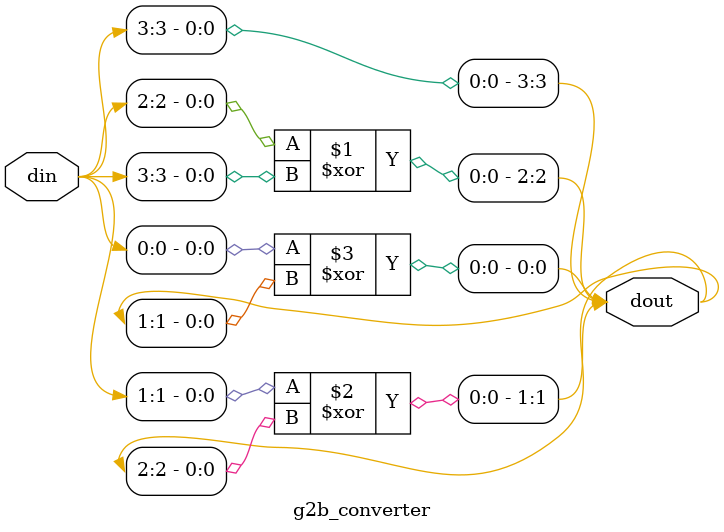
<source format=v>
module g2b_converter #(parameter WIDTH = 4)(
	input [WIDTH - 1 : 0] din,
	output [WIDTH - 1 : 0] dout
);

genvar i;
generate
	for(i = WIDTH - 2; i >= 0; i = i - 1) begin
		assign dout[i]	= din [i] ^ dout[i+1];	
	end
endgenerate

assign dout[WIDTH - 1] = din[WIDTH - 1];

endmodule

</source>
